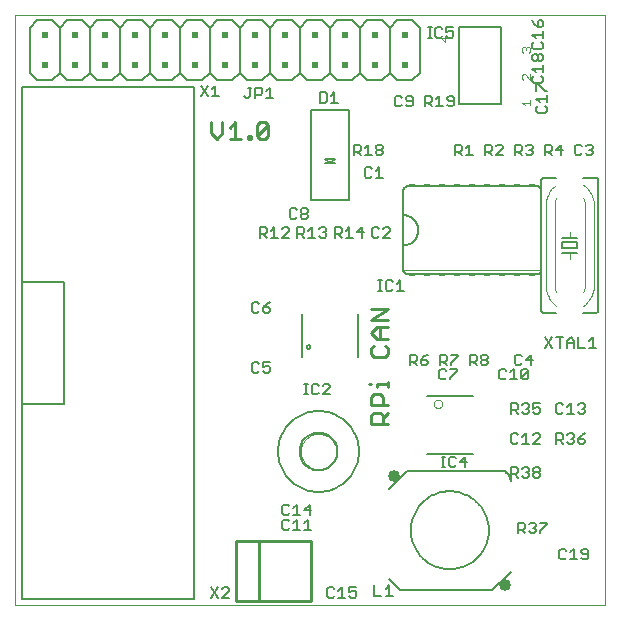
<source format=gto>
G75*
G70*
%OFA0B0*%
%FSLAX24Y24*%
%IPPOS*%
%LPD*%
%AMOC8*
5,1,8,0,0,1.08239X$1,22.5*
%
%ADD10C,0.0000*%
%ADD11C,0.0100*%
%ADD12C,0.0060*%
%ADD13C,0.0020*%
%ADD14R,0.0200X0.0050*%
%ADD15C,0.0050*%
%ADD16C,0.0080*%
%ADD17C,0.0040*%
%ADD18C,0.0401*%
%ADD19R,0.0200X0.0200*%
D10*
X000655Y000655D02*
X000655Y020340D01*
X020340Y020340D01*
X020340Y000655D01*
X000655Y000655D01*
X010189Y005780D02*
X010191Y005828D01*
X010197Y005876D01*
X010207Y005923D01*
X010220Y005969D01*
X010238Y006014D01*
X010258Y006058D01*
X010283Y006100D01*
X010311Y006139D01*
X010341Y006176D01*
X010375Y006210D01*
X010412Y006242D01*
X010450Y006271D01*
X010491Y006296D01*
X010534Y006318D01*
X010579Y006336D01*
X010625Y006350D01*
X010672Y006361D01*
X010720Y006368D01*
X010768Y006371D01*
X010816Y006370D01*
X010864Y006365D01*
X010912Y006356D01*
X010958Y006344D01*
X011003Y006327D01*
X011047Y006307D01*
X011089Y006284D01*
X011129Y006257D01*
X011167Y006227D01*
X011202Y006194D01*
X011234Y006158D01*
X011264Y006120D01*
X011290Y006079D01*
X011312Y006036D01*
X011332Y005992D01*
X011347Y005947D01*
X011359Y005900D01*
X011367Y005852D01*
X011371Y005804D01*
X011371Y005756D01*
X011367Y005708D01*
X011359Y005660D01*
X011347Y005613D01*
X011332Y005568D01*
X011312Y005524D01*
X011290Y005481D01*
X011264Y005440D01*
X011234Y005402D01*
X011202Y005366D01*
X011167Y005333D01*
X011129Y005303D01*
X011089Y005276D01*
X011047Y005253D01*
X011003Y005233D01*
X010958Y005216D01*
X010912Y005204D01*
X010864Y005195D01*
X010816Y005190D01*
X010768Y005189D01*
X010720Y005192D01*
X010672Y005199D01*
X010625Y005210D01*
X010579Y005224D01*
X010534Y005242D01*
X010491Y005264D01*
X010450Y005289D01*
X010412Y005318D01*
X010375Y005350D01*
X010341Y005384D01*
X010311Y005421D01*
X010283Y005460D01*
X010258Y005502D01*
X010238Y005546D01*
X010220Y005591D01*
X010207Y005637D01*
X010197Y005684D01*
X010191Y005732D01*
X010189Y005780D01*
D11*
X012451Y008014D02*
X012545Y008014D01*
X012731Y008014D02*
X012731Y007921D01*
X012731Y008014D02*
X013105Y008014D01*
X013105Y007921D02*
X013105Y008107D01*
X012825Y007686D02*
X012638Y007686D01*
X012545Y007593D01*
X012545Y007313D01*
X013105Y007313D01*
X012918Y007313D02*
X012918Y007593D01*
X012825Y007686D01*
X012825Y007079D02*
X012638Y007079D01*
X012545Y006985D01*
X012545Y006705D01*
X013105Y006705D01*
X012918Y006705D02*
X012918Y006985D01*
X012825Y007079D01*
X012918Y006892D02*
X013105Y007079D01*
X013012Y008933D02*
X012638Y008933D01*
X012545Y009027D01*
X012545Y009214D01*
X012638Y009307D01*
X012731Y009541D02*
X012545Y009728D01*
X012731Y009915D01*
X013105Y009915D01*
X013105Y010149D02*
X012545Y010149D01*
X013105Y010522D01*
X012545Y010522D01*
X012825Y009915D02*
X012825Y009541D01*
X012731Y009541D02*
X013105Y009541D01*
X013012Y009307D02*
X013105Y009214D01*
X013105Y009027D01*
X013012Y008933D01*
X010530Y002780D02*
X008780Y002780D01*
X008780Y000780D01*
X008030Y000780D01*
X008030Y002780D01*
X008780Y002780D01*
X010530Y002780D02*
X010530Y000780D01*
X008780Y000780D01*
X008818Y016205D02*
X008724Y016299D01*
X009098Y016672D01*
X009098Y016299D01*
X009005Y016205D01*
X008818Y016205D01*
X008724Y016299D02*
X008724Y016672D01*
X008818Y016766D01*
X009005Y016766D01*
X009098Y016672D01*
X008514Y016299D02*
X008514Y016205D01*
X008421Y016205D01*
X008421Y016299D01*
X008514Y016299D01*
X008186Y016205D02*
X007813Y016205D01*
X008000Y016205D02*
X008000Y016766D01*
X007813Y016579D01*
X007579Y016392D02*
X007579Y016766D01*
X007205Y016766D02*
X007205Y016392D01*
X007392Y016205D01*
X007579Y016392D01*
D12*
X007405Y018155D02*
X007155Y018405D01*
X007155Y019905D01*
X007405Y020155D01*
X007905Y020155D01*
X008155Y019905D01*
X008155Y018405D01*
X007905Y018155D01*
X007405Y018155D01*
X007155Y018405D02*
X006905Y018155D01*
X006405Y018155D01*
X006155Y018405D01*
X006155Y019905D01*
X006405Y020155D01*
X006905Y020155D01*
X007155Y019905D01*
X006155Y019905D02*
X005905Y020155D01*
X005405Y020155D01*
X005155Y019905D01*
X005155Y018405D01*
X005405Y018155D01*
X005905Y018155D01*
X006155Y018405D01*
X005155Y018405D02*
X004905Y018155D01*
X004405Y018155D01*
X004155Y018405D01*
X004155Y019905D01*
X004405Y020155D01*
X004905Y020155D01*
X005155Y019905D01*
X004155Y019905D02*
X003905Y020155D01*
X003405Y020155D01*
X003155Y019905D01*
X003155Y018405D01*
X003405Y018155D01*
X003905Y018155D01*
X004155Y018405D01*
X003155Y018405D02*
X002905Y018155D01*
X002405Y018155D01*
X002155Y018405D01*
X002155Y019905D01*
X002405Y020155D01*
X002905Y020155D01*
X003155Y019905D01*
X002155Y019905D02*
X001905Y020155D01*
X001405Y020155D01*
X001155Y019905D01*
X001155Y018405D01*
X001405Y018155D01*
X001905Y018155D01*
X002155Y018405D01*
X008155Y018405D02*
X008405Y018155D01*
X008905Y018155D01*
X009155Y018405D01*
X009155Y019905D01*
X009405Y020155D01*
X009905Y020155D01*
X010155Y019905D01*
X010155Y018405D01*
X009905Y018155D01*
X009405Y018155D01*
X009155Y018405D01*
X010155Y018405D02*
X010405Y018155D01*
X010905Y018155D01*
X011155Y018405D01*
X011155Y019905D01*
X011405Y020155D01*
X011905Y020155D01*
X012155Y019905D01*
X012155Y018405D01*
X011905Y018155D01*
X011405Y018155D01*
X011155Y018405D01*
X012155Y018405D02*
X012405Y018155D01*
X012905Y018155D01*
X013155Y018405D01*
X013405Y018155D01*
X013905Y018155D01*
X014155Y018405D01*
X014155Y019905D01*
X013905Y020155D01*
X013405Y020155D01*
X013155Y019905D01*
X013155Y018405D01*
X013155Y019905D02*
X012905Y020155D01*
X012405Y020155D01*
X012155Y019905D01*
X011155Y019905D02*
X010905Y020155D01*
X010405Y020155D01*
X010155Y019905D01*
X009155Y019905D02*
X008905Y020155D01*
X008405Y020155D01*
X008155Y019905D01*
X013605Y014475D02*
X013605Y011835D01*
X013607Y011812D01*
X013612Y011789D01*
X013621Y011767D01*
X013634Y011747D01*
X013649Y011729D01*
X013667Y011714D01*
X013687Y011701D01*
X013709Y011692D01*
X013732Y011687D01*
X013755Y011685D01*
X018055Y011685D01*
X018078Y011687D01*
X018101Y011692D01*
X018123Y011701D01*
X018143Y011714D01*
X018161Y011729D01*
X018176Y011747D01*
X018189Y011767D01*
X018198Y011789D01*
X018203Y011812D01*
X018205Y011835D01*
X018205Y014475D01*
X018203Y014498D01*
X018198Y014521D01*
X018189Y014543D01*
X018176Y014563D01*
X018161Y014581D01*
X018143Y014596D01*
X018123Y014609D01*
X018101Y014618D01*
X018078Y014623D01*
X018055Y014625D01*
X013755Y014625D01*
X013732Y014623D01*
X013709Y014618D01*
X013687Y014609D01*
X013667Y014596D01*
X013649Y014581D01*
X013634Y014563D01*
X013621Y014543D01*
X013612Y014521D01*
X013607Y014498D01*
X013605Y014475D01*
X013605Y013655D02*
X013649Y013653D01*
X013692Y013647D01*
X013734Y013638D01*
X013776Y013625D01*
X013816Y013608D01*
X013855Y013588D01*
X013892Y013565D01*
X013926Y013538D01*
X013959Y013509D01*
X013988Y013476D01*
X014015Y013442D01*
X014038Y013405D01*
X014058Y013366D01*
X014075Y013326D01*
X014088Y013284D01*
X014097Y013242D01*
X014103Y013199D01*
X014105Y013155D01*
X014103Y013111D01*
X014097Y013068D01*
X014088Y013026D01*
X014075Y012984D01*
X014058Y012944D01*
X014038Y012905D01*
X014015Y012868D01*
X013988Y012834D01*
X013959Y012801D01*
X013926Y012772D01*
X013892Y012745D01*
X013855Y012722D01*
X013816Y012702D01*
X013776Y012685D01*
X013734Y012672D01*
X013692Y012663D01*
X013649Y012657D01*
X013605Y012655D01*
X012085Y010365D02*
X012085Y008945D01*
X010225Y008945D02*
X010225Y010365D01*
X009430Y005780D02*
X009432Y005853D01*
X009438Y005926D01*
X009448Y005998D01*
X009462Y006070D01*
X009479Y006141D01*
X009501Y006211D01*
X009526Y006280D01*
X009555Y006347D01*
X009587Y006412D01*
X009623Y006476D01*
X009663Y006538D01*
X009705Y006597D01*
X009751Y006654D01*
X009800Y006708D01*
X009852Y006760D01*
X009906Y006809D01*
X009963Y006855D01*
X010022Y006897D01*
X010084Y006937D01*
X010148Y006973D01*
X010213Y007005D01*
X010280Y007034D01*
X010349Y007059D01*
X010419Y007081D01*
X010490Y007098D01*
X010562Y007112D01*
X010634Y007122D01*
X010707Y007128D01*
X010780Y007130D01*
X010853Y007128D01*
X010926Y007122D01*
X010998Y007112D01*
X011070Y007098D01*
X011141Y007081D01*
X011211Y007059D01*
X011280Y007034D01*
X011347Y007005D01*
X011412Y006973D01*
X011476Y006937D01*
X011538Y006897D01*
X011597Y006855D01*
X011654Y006809D01*
X011708Y006760D01*
X011760Y006708D01*
X011809Y006654D01*
X011855Y006597D01*
X011897Y006538D01*
X011937Y006476D01*
X011973Y006412D01*
X012005Y006347D01*
X012034Y006280D01*
X012059Y006211D01*
X012081Y006141D01*
X012098Y006070D01*
X012112Y005998D01*
X012122Y005926D01*
X012128Y005853D01*
X012130Y005780D01*
X012128Y005707D01*
X012122Y005634D01*
X012112Y005562D01*
X012098Y005490D01*
X012081Y005419D01*
X012059Y005349D01*
X012034Y005280D01*
X012005Y005213D01*
X011973Y005148D01*
X011937Y005084D01*
X011897Y005022D01*
X011855Y004963D01*
X011809Y004906D01*
X011760Y004852D01*
X011708Y004800D01*
X011654Y004751D01*
X011597Y004705D01*
X011538Y004663D01*
X011476Y004623D01*
X011412Y004587D01*
X011347Y004555D01*
X011280Y004526D01*
X011211Y004501D01*
X011141Y004479D01*
X011070Y004462D01*
X010998Y004448D01*
X010926Y004438D01*
X010853Y004432D01*
X010780Y004430D01*
X010707Y004432D01*
X010634Y004438D01*
X010562Y004448D01*
X010490Y004462D01*
X010419Y004479D01*
X010349Y004501D01*
X010280Y004526D01*
X010213Y004555D01*
X010148Y004587D01*
X010084Y004623D01*
X010022Y004663D01*
X009963Y004705D01*
X009906Y004751D01*
X009852Y004800D01*
X009800Y004852D01*
X009751Y004906D01*
X009705Y004963D01*
X009663Y005022D01*
X009623Y005084D01*
X009587Y005148D01*
X009555Y005213D01*
X009526Y005280D01*
X009501Y005349D01*
X009479Y005419D01*
X009462Y005490D01*
X009448Y005562D01*
X009438Y005634D01*
X009432Y005707D01*
X009430Y005780D01*
X014387Y005691D02*
X015923Y005691D01*
X015923Y007620D02*
X014387Y007620D01*
X018205Y010505D02*
X018205Y014805D01*
X018207Y014822D01*
X018211Y014839D01*
X018218Y014855D01*
X018228Y014869D01*
X018241Y014882D01*
X018255Y014892D01*
X018271Y014899D01*
X018288Y014903D01*
X018305Y014905D01*
X018705Y014905D01*
X019605Y014905D02*
X020005Y014905D01*
X020022Y014903D01*
X020039Y014899D01*
X020055Y014892D01*
X020069Y014882D01*
X020082Y014869D01*
X020092Y014855D01*
X020099Y014839D01*
X020103Y014822D01*
X020105Y014805D01*
X020105Y010505D01*
X020103Y010488D01*
X020099Y010471D01*
X020092Y010455D01*
X020082Y010441D01*
X020069Y010428D01*
X020055Y010418D01*
X020039Y010411D01*
X020022Y010407D01*
X020005Y010405D01*
X019605Y010405D01*
X018705Y010405D02*
X018305Y010405D01*
X018288Y010407D01*
X018271Y010411D01*
X018255Y010418D01*
X018241Y010428D01*
X018228Y010441D01*
X018218Y010455D01*
X018211Y010471D01*
X018207Y010488D01*
X018205Y010505D01*
X018905Y012405D02*
X019155Y012405D01*
X019405Y012405D01*
X019405Y012555D02*
X019405Y012755D01*
X018905Y012755D01*
X018905Y012555D01*
X019405Y012555D01*
X019405Y012905D02*
X019155Y012905D01*
X018905Y012905D01*
D13*
X019155Y012905D02*
X019155Y013105D01*
X019155Y012405D02*
X019155Y012205D01*
X018355Y011305D02*
X018357Y011249D01*
X018363Y011194D01*
X018372Y011139D01*
X018386Y011085D01*
X018403Y011032D01*
X018424Y010981D01*
X018448Y010931D01*
X018476Y010883D01*
X018507Y010836D01*
X018541Y010792D01*
X018578Y010751D01*
X018618Y010712D01*
X018660Y010676D01*
X018705Y010644D01*
X018655Y011305D02*
X018655Y014005D01*
X018355Y014005D02*
X018355Y011305D01*
X018205Y011825D02*
X013605Y011825D01*
X014625Y007365D02*
X014627Y007388D01*
X014633Y007410D01*
X014642Y007432D01*
X014655Y007451D01*
X014670Y007468D01*
X014688Y007482D01*
X014709Y007493D01*
X014731Y007501D01*
X014753Y007505D01*
X014777Y007505D01*
X014799Y007501D01*
X014821Y007493D01*
X014842Y007482D01*
X014860Y007468D01*
X014875Y007451D01*
X014888Y007432D01*
X014897Y007410D01*
X014903Y007388D01*
X014905Y007365D01*
X014903Y007342D01*
X014897Y007320D01*
X014888Y007298D01*
X014875Y007279D01*
X014860Y007262D01*
X014842Y007248D01*
X014821Y007237D01*
X014799Y007229D01*
X014777Y007225D01*
X014753Y007225D01*
X014731Y007229D01*
X014709Y007237D01*
X014688Y007248D01*
X014670Y007262D01*
X014655Y007279D01*
X014642Y007298D01*
X014633Y007320D01*
X014627Y007342D01*
X014625Y007365D01*
X018705Y011087D02*
X018690Y011121D01*
X018677Y011157D01*
X018668Y011193D01*
X018661Y011230D01*
X018656Y011267D01*
X018655Y011305D01*
X019605Y011087D02*
X019620Y011121D01*
X019633Y011157D01*
X019642Y011193D01*
X019649Y011230D01*
X019654Y011267D01*
X019655Y011305D01*
X019655Y014005D01*
X019955Y014005D02*
X019955Y011305D01*
X019953Y011249D01*
X019947Y011194D01*
X019938Y011139D01*
X019924Y011085D01*
X019907Y011032D01*
X019886Y010981D01*
X019862Y010931D01*
X019834Y010883D01*
X019803Y010836D01*
X019769Y010793D01*
X019732Y010751D01*
X019692Y010712D01*
X019650Y010676D01*
X019605Y010644D01*
X019955Y014005D02*
X019953Y014061D01*
X019947Y014116D01*
X019938Y014171D01*
X019924Y014225D01*
X019907Y014278D01*
X019886Y014329D01*
X019862Y014379D01*
X019834Y014427D01*
X019803Y014474D01*
X019769Y014518D01*
X019732Y014559D01*
X019692Y014598D01*
X019650Y014634D01*
X019605Y014666D01*
X018705Y014223D02*
X018690Y014189D01*
X018677Y014153D01*
X018668Y014117D01*
X018661Y014080D01*
X018656Y014043D01*
X018655Y014005D01*
X019605Y014223D02*
X019620Y014189D01*
X019633Y014153D01*
X019642Y014117D01*
X019649Y014080D01*
X019654Y014043D01*
X019655Y014005D01*
X018705Y014666D02*
X018660Y014634D01*
X018618Y014598D01*
X018578Y014559D01*
X018541Y014517D01*
X018507Y014474D01*
X018476Y014427D01*
X018448Y014379D01*
X018424Y014329D01*
X018403Y014278D01*
X018386Y014225D01*
X018372Y014171D01*
X018363Y014116D01*
X018357Y014061D01*
X018355Y014005D01*
D14*
X017905Y014650D03*
X017405Y014650D03*
X016905Y014650D03*
X016405Y014650D03*
X015905Y014650D03*
X015405Y014650D03*
X014905Y014650D03*
X014405Y014650D03*
X013905Y014650D03*
X013905Y011660D03*
X014405Y011660D03*
X014905Y011660D03*
X015405Y011660D03*
X015905Y011660D03*
X016405Y011660D03*
X016905Y011660D03*
X017405Y011660D03*
X017905Y011660D03*
D15*
X018339Y009580D02*
X018572Y009230D01*
X018339Y009230D02*
X018572Y009580D01*
X018707Y009580D02*
X018940Y009580D01*
X018824Y009580D02*
X018824Y009230D01*
X019075Y009230D02*
X019075Y009464D01*
X019192Y009580D01*
X019309Y009464D01*
X019309Y009230D01*
X019444Y009230D02*
X019677Y009230D01*
X019812Y009230D02*
X020045Y009230D01*
X019929Y009230D02*
X019929Y009580D01*
X019812Y009464D01*
X019444Y009580D02*
X019444Y009230D01*
X019309Y009405D02*
X019075Y009405D01*
X017920Y008830D02*
X017687Y008830D01*
X017862Y009005D01*
X017862Y008655D01*
X017717Y008530D02*
X017600Y008530D01*
X017542Y008472D01*
X017542Y008238D01*
X017775Y008472D01*
X017775Y008238D01*
X017717Y008180D01*
X017600Y008180D01*
X017542Y008238D01*
X017407Y008180D02*
X017173Y008180D01*
X017290Y008180D02*
X017290Y008530D01*
X017173Y008414D01*
X017039Y008472D02*
X016980Y008530D01*
X016863Y008530D01*
X016805Y008472D01*
X016805Y008238D01*
X016863Y008180D01*
X016980Y008180D01*
X017039Y008238D01*
X017377Y008655D02*
X017494Y008655D01*
X017552Y008713D01*
X017377Y008655D02*
X017319Y008713D01*
X017319Y008947D01*
X017377Y009005D01*
X017494Y009005D01*
X017552Y008947D01*
X017717Y008530D02*
X017775Y008472D01*
X017744Y007380D02*
X017627Y007380D01*
X017569Y007322D01*
X017434Y007322D02*
X017434Y007205D01*
X017375Y007147D01*
X017200Y007147D01*
X017200Y007030D02*
X017200Y007380D01*
X017375Y007380D01*
X017434Y007322D01*
X017317Y007147D02*
X017434Y007030D01*
X017569Y007088D02*
X017627Y007030D01*
X017744Y007030D01*
X017802Y007088D01*
X017802Y007147D01*
X017744Y007205D01*
X017685Y007205D01*
X017744Y007205D02*
X017802Y007264D01*
X017802Y007322D01*
X017744Y007380D01*
X017937Y007380D02*
X017937Y007205D01*
X018054Y007264D01*
X018112Y007264D01*
X018170Y007205D01*
X018170Y007088D01*
X018112Y007030D01*
X017995Y007030D01*
X017937Y007088D01*
X017937Y007380D02*
X018170Y007380D01*
X018700Y007322D02*
X018700Y007088D01*
X018759Y007030D01*
X018875Y007030D01*
X018934Y007088D01*
X019069Y007030D02*
X019302Y007030D01*
X019185Y007030D02*
X019185Y007380D01*
X019069Y007264D01*
X018934Y007322D02*
X018875Y007380D01*
X018759Y007380D01*
X018700Y007322D01*
X019437Y007322D02*
X019495Y007380D01*
X019612Y007380D01*
X019670Y007322D01*
X019670Y007264D01*
X019612Y007205D01*
X019670Y007147D01*
X019670Y007088D01*
X019612Y007030D01*
X019495Y007030D01*
X019437Y007088D01*
X019554Y007205D02*
X019612Y007205D01*
X019670Y006380D02*
X019554Y006322D01*
X019437Y006205D01*
X019612Y006205D01*
X019670Y006147D01*
X019670Y006088D01*
X019612Y006030D01*
X019495Y006030D01*
X019437Y006088D01*
X019437Y006205D01*
X019302Y006147D02*
X019302Y006088D01*
X019244Y006030D01*
X019127Y006030D01*
X019069Y006088D01*
X018934Y006030D02*
X018817Y006147D01*
X018875Y006147D02*
X018700Y006147D01*
X018700Y006030D02*
X018700Y006380D01*
X018875Y006380D01*
X018934Y006322D01*
X018934Y006205D01*
X018875Y006147D01*
X019069Y006322D02*
X019127Y006380D01*
X019244Y006380D01*
X019302Y006322D01*
X019302Y006264D01*
X019244Y006205D01*
X019302Y006147D01*
X019244Y006205D02*
X019185Y006205D01*
X018170Y006264D02*
X018170Y006322D01*
X018112Y006380D01*
X017995Y006380D01*
X017937Y006322D01*
X018170Y006264D02*
X017937Y006030D01*
X018170Y006030D01*
X017802Y006030D02*
X017569Y006030D01*
X017685Y006030D02*
X017685Y006380D01*
X017569Y006264D01*
X017434Y006322D02*
X017375Y006380D01*
X017259Y006380D01*
X017200Y006322D01*
X017200Y006088D01*
X017259Y006030D01*
X017375Y006030D01*
X017434Y006088D01*
X017375Y005255D02*
X017200Y005255D01*
X017200Y004905D01*
X017200Y005022D02*
X017375Y005022D01*
X017434Y005080D01*
X017434Y005197D01*
X017375Y005255D01*
X017569Y005197D02*
X017627Y005255D01*
X017744Y005255D01*
X017802Y005197D01*
X017802Y005139D01*
X017744Y005080D01*
X017802Y005022D01*
X017802Y004963D01*
X017744Y004905D01*
X017627Y004905D01*
X017569Y004963D01*
X017434Y004905D02*
X017317Y005022D01*
X017685Y005080D02*
X017744Y005080D01*
X017937Y005022D02*
X017937Y004963D01*
X017995Y004905D01*
X018112Y004905D01*
X018170Y004963D01*
X018170Y005022D01*
X018112Y005080D01*
X017995Y005080D01*
X017937Y005139D01*
X017937Y005197D01*
X017995Y005255D01*
X018112Y005255D01*
X018170Y005197D01*
X018170Y005139D01*
X018112Y005080D01*
X017995Y005080D02*
X017937Y005022D01*
X017974Y003405D02*
X017857Y003405D01*
X017798Y003347D01*
X017664Y003347D02*
X017664Y003230D01*
X017605Y003172D01*
X017430Y003172D01*
X017547Y003172D02*
X017664Y003055D01*
X017798Y003113D02*
X017857Y003055D01*
X017974Y003055D01*
X018032Y003113D01*
X018032Y003172D01*
X017974Y003230D01*
X017915Y003230D01*
X017974Y003230D02*
X018032Y003289D01*
X018032Y003347D01*
X017974Y003405D01*
X018167Y003405D02*
X018400Y003405D01*
X018400Y003347D01*
X018167Y003113D01*
X018167Y003055D01*
X017664Y003347D02*
X017605Y003405D01*
X017430Y003405D01*
X017430Y003055D01*
X018805Y002472D02*
X018805Y002238D01*
X018863Y002180D01*
X018980Y002180D01*
X019039Y002238D01*
X019173Y002180D02*
X019407Y002180D01*
X019290Y002180D02*
X019290Y002530D01*
X019173Y002414D01*
X019039Y002472D02*
X018980Y002530D01*
X018863Y002530D01*
X018805Y002472D01*
X019542Y002472D02*
X019542Y002414D01*
X019600Y002355D01*
X019775Y002355D01*
X019775Y002238D02*
X019775Y002472D01*
X019717Y002530D01*
X019600Y002530D01*
X019542Y002472D01*
X019542Y002238D02*
X019600Y002180D01*
X019717Y002180D01*
X019775Y002238D01*
X015669Y005255D02*
X015669Y005605D01*
X015494Y005430D01*
X015727Y005430D01*
X015359Y005313D02*
X015301Y005255D01*
X015184Y005255D01*
X015126Y005313D01*
X015126Y005547D01*
X015184Y005605D01*
X015301Y005605D01*
X015359Y005547D01*
X014997Y005605D02*
X014880Y005605D01*
X014938Y005605D02*
X014938Y005255D01*
X014880Y005255D02*
X014997Y005255D01*
X014980Y008180D02*
X015039Y008238D01*
X014980Y008180D02*
X014863Y008180D01*
X014805Y008238D01*
X014805Y008472D01*
X014863Y008530D01*
X014980Y008530D01*
X015039Y008472D01*
X015173Y008530D02*
X015407Y008530D01*
X015407Y008472D01*
X015173Y008238D01*
X015173Y008180D01*
X015187Y008655D02*
X015187Y008713D01*
X015420Y008947D01*
X015420Y009005D01*
X015187Y009005D01*
X015052Y008947D02*
X015052Y008830D01*
X014994Y008772D01*
X014819Y008772D01*
X014935Y008772D02*
X015052Y008655D01*
X014819Y008655D02*
X014819Y009005D01*
X014994Y009005D01*
X015052Y008947D01*
X014420Y009005D02*
X014304Y008947D01*
X014187Y008830D01*
X014362Y008830D01*
X014420Y008772D01*
X014420Y008713D01*
X014362Y008655D01*
X014245Y008655D01*
X014187Y008713D01*
X014187Y008830D01*
X014052Y008830D02*
X014052Y008947D01*
X013994Y009005D01*
X013819Y009005D01*
X013819Y008655D01*
X013819Y008772D02*
X013994Y008772D01*
X014052Y008830D01*
X013935Y008772D02*
X014052Y008655D01*
X015819Y008655D02*
X015819Y009005D01*
X015994Y009005D01*
X016052Y008947D01*
X016052Y008830D01*
X015994Y008772D01*
X015819Y008772D01*
X015935Y008772D02*
X016052Y008655D01*
X016187Y008713D02*
X016187Y008772D01*
X016245Y008830D01*
X016362Y008830D01*
X016420Y008772D01*
X016420Y008713D01*
X016362Y008655D01*
X016245Y008655D01*
X016187Y008713D01*
X016245Y008830D02*
X016187Y008889D01*
X016187Y008947D01*
X016245Y009005D01*
X016362Y009005D01*
X016420Y008947D01*
X016420Y008889D01*
X016362Y008830D01*
X013620Y011130D02*
X013387Y011130D01*
X013504Y011130D02*
X013504Y011480D01*
X013387Y011364D01*
X013252Y011422D02*
X013194Y011480D01*
X013077Y011480D01*
X013018Y011422D01*
X013018Y011188D01*
X013077Y011130D01*
X013194Y011130D01*
X013252Y011188D01*
X012890Y011130D02*
X012773Y011130D01*
X012831Y011130D02*
X012831Y011480D01*
X012773Y011480D02*
X012890Y011480D01*
X012937Y012905D02*
X013170Y013139D01*
X013170Y013197D01*
X013112Y013255D01*
X012995Y013255D01*
X012937Y013197D01*
X012802Y013197D02*
X012744Y013255D01*
X012627Y013255D01*
X012569Y013197D01*
X012569Y012963D01*
X012627Y012905D01*
X012744Y012905D01*
X012802Y012963D01*
X012937Y012905D02*
X013170Y012905D01*
X012295Y013080D02*
X012062Y013080D01*
X012237Y013255D01*
X012237Y012905D01*
X011927Y012905D02*
X011694Y012905D01*
X011810Y012905D02*
X011810Y013255D01*
X011694Y013139D01*
X011559Y013197D02*
X011500Y013255D01*
X011325Y013255D01*
X011325Y012905D01*
X011325Y013022D02*
X011500Y013022D01*
X011559Y013080D01*
X011559Y013197D01*
X011442Y013022D02*
X011559Y012905D01*
X011045Y012963D02*
X010987Y012905D01*
X010870Y012905D01*
X010812Y012963D01*
X010677Y012905D02*
X010444Y012905D01*
X010560Y012905D02*
X010560Y013255D01*
X010444Y013139D01*
X010309Y013197D02*
X010250Y013255D01*
X010075Y013255D01*
X010075Y012905D01*
X010075Y013022D02*
X010250Y013022D01*
X010309Y013080D01*
X010309Y013197D01*
X010192Y013022D02*
X010309Y012905D01*
X009795Y012905D02*
X009562Y012905D01*
X009795Y013139D01*
X009795Y013197D01*
X009737Y013255D01*
X009620Y013255D01*
X009562Y013197D01*
X009310Y013255D02*
X009310Y012905D01*
X009194Y012905D02*
X009427Y012905D01*
X009194Y013139D02*
X009310Y013255D01*
X009059Y013197D02*
X009059Y013080D01*
X009000Y013022D01*
X008825Y013022D01*
X008825Y012905D02*
X008825Y013255D01*
X009000Y013255D01*
X009059Y013197D01*
X008942Y013022D02*
X009059Y012905D01*
X009819Y013588D02*
X009819Y013822D01*
X009877Y013880D01*
X009994Y013880D01*
X010052Y013822D01*
X010187Y013822D02*
X010187Y013764D01*
X010245Y013705D01*
X010362Y013705D01*
X010420Y013647D01*
X010420Y013588D01*
X010362Y013530D01*
X010245Y013530D01*
X010187Y013588D01*
X010187Y013647D01*
X010245Y013705D01*
X010362Y013705D02*
X010420Y013764D01*
X010420Y013822D01*
X010362Y013880D01*
X010245Y013880D01*
X010187Y013822D01*
X010052Y013588D02*
X009994Y013530D01*
X009877Y013530D01*
X009819Y013588D01*
X010525Y014163D02*
X010525Y017157D01*
X010606Y017157D01*
X011785Y017157D01*
X011785Y014163D01*
X011606Y014163D01*
X010525Y014163D01*
X010870Y013255D02*
X010987Y013255D01*
X011045Y013197D01*
X011045Y013139D01*
X010987Y013080D01*
X011045Y013022D01*
X011045Y012963D01*
X010987Y013080D02*
X010929Y013080D01*
X010812Y013197D02*
X010870Y013255D01*
X011606Y014163D02*
X011704Y014163D01*
X012377Y014905D02*
X012494Y014905D01*
X012552Y014963D01*
X012687Y014905D02*
X012920Y014905D01*
X012804Y014905D02*
X012804Y015255D01*
X012687Y015139D01*
X012552Y015197D02*
X012494Y015255D01*
X012377Y015255D01*
X012319Y015197D01*
X012319Y014963D01*
X012377Y014905D01*
X012319Y015655D02*
X012552Y015655D01*
X012435Y015655D02*
X012435Y016005D01*
X012319Y015889D01*
X012184Y015947D02*
X012184Y015830D01*
X012125Y015772D01*
X011950Y015772D01*
X011950Y015655D02*
X011950Y016005D01*
X012125Y016005D01*
X012184Y015947D01*
X012067Y015772D02*
X012184Y015655D01*
X012687Y015713D02*
X012687Y015772D01*
X012745Y015830D01*
X012862Y015830D01*
X012920Y015772D01*
X012920Y015713D01*
X012862Y015655D01*
X012745Y015655D01*
X012687Y015713D01*
X012745Y015830D02*
X012687Y015889D01*
X012687Y015947D01*
X012745Y016005D01*
X012862Y016005D01*
X012920Y015947D01*
X012920Y015889D01*
X012862Y015830D01*
X013377Y017280D02*
X013494Y017280D01*
X013552Y017338D01*
X013687Y017338D02*
X013745Y017280D01*
X013862Y017280D01*
X013920Y017338D01*
X013920Y017572D01*
X013862Y017630D01*
X013745Y017630D01*
X013687Y017572D01*
X013687Y017514D01*
X013745Y017455D01*
X013920Y017455D01*
X013552Y017572D02*
X013494Y017630D01*
X013377Y017630D01*
X013319Y017572D01*
X013319Y017338D01*
X013377Y017280D01*
X014325Y017280D02*
X014325Y017630D01*
X014500Y017630D01*
X014559Y017572D01*
X014559Y017455D01*
X014500Y017397D01*
X014325Y017397D01*
X014442Y017397D02*
X014559Y017280D01*
X014694Y017280D02*
X014927Y017280D01*
X014810Y017280D02*
X014810Y017630D01*
X014694Y017514D01*
X015062Y017514D02*
X015120Y017455D01*
X015295Y017455D01*
X015295Y017338D02*
X015295Y017572D01*
X015237Y017630D01*
X015120Y017630D01*
X015062Y017572D01*
X015062Y017514D01*
X015062Y017338D02*
X015120Y017280D01*
X015237Y017280D01*
X015295Y017338D01*
X015319Y016005D02*
X015494Y016005D01*
X015552Y015947D01*
X015552Y015830D01*
X015494Y015772D01*
X015319Y015772D01*
X015435Y015772D02*
X015552Y015655D01*
X015687Y015655D02*
X015920Y015655D01*
X015804Y015655D02*
X015804Y016005D01*
X015687Y015889D01*
X015319Y016005D02*
X015319Y015655D01*
X016319Y015655D02*
X016319Y016005D01*
X016494Y016005D01*
X016552Y015947D01*
X016552Y015830D01*
X016494Y015772D01*
X016319Y015772D01*
X016435Y015772D02*
X016552Y015655D01*
X016687Y015655D02*
X016920Y015889D01*
X016920Y015947D01*
X016862Y016005D01*
X016745Y016005D01*
X016687Y015947D01*
X016687Y015655D02*
X016920Y015655D01*
X017319Y015655D02*
X017319Y016005D01*
X017494Y016005D01*
X017552Y015947D01*
X017552Y015830D01*
X017494Y015772D01*
X017319Y015772D01*
X017435Y015772D02*
X017552Y015655D01*
X017687Y015713D02*
X017745Y015655D01*
X017862Y015655D01*
X017920Y015713D01*
X017920Y015772D01*
X017862Y015830D01*
X017804Y015830D01*
X017862Y015830D02*
X017920Y015889D01*
X017920Y015947D01*
X017862Y016005D01*
X017745Y016005D01*
X017687Y015947D01*
X018319Y016005D02*
X018319Y015655D01*
X018319Y015772D02*
X018494Y015772D01*
X018552Y015830D01*
X018552Y015947D01*
X018494Y016005D01*
X018319Y016005D01*
X018435Y015772D02*
X018552Y015655D01*
X018687Y015830D02*
X018920Y015830D01*
X018862Y015655D02*
X018862Y016005D01*
X018687Y015830D01*
X019319Y015713D02*
X019377Y015655D01*
X019494Y015655D01*
X019552Y015713D01*
X019687Y015713D02*
X019745Y015655D01*
X019862Y015655D01*
X019920Y015713D01*
X019920Y015772D01*
X019862Y015830D01*
X019804Y015830D01*
X019862Y015830D02*
X019920Y015889D01*
X019920Y015947D01*
X019862Y016005D01*
X019745Y016005D01*
X019687Y015947D01*
X019552Y015947D02*
X019494Y016005D01*
X019377Y016005D01*
X019319Y015947D01*
X019319Y015713D01*
X018322Y017055D02*
X018380Y017113D01*
X018380Y017230D01*
X018322Y017289D01*
X018380Y017423D02*
X018380Y017657D01*
X018380Y017540D02*
X018030Y017540D01*
X018147Y017423D01*
X018088Y017289D02*
X018030Y017230D01*
X018030Y017113D01*
X018088Y017055D01*
X018322Y017055D01*
X018322Y017792D02*
X018380Y017792D01*
X018322Y017792D02*
X018088Y018025D01*
X018030Y018025D01*
X018030Y017792D01*
X017963Y018055D02*
X018197Y018055D01*
X018255Y018113D01*
X018255Y018230D01*
X018197Y018289D01*
X018255Y018423D02*
X018255Y018657D01*
X018255Y018540D02*
X017905Y018540D01*
X018022Y018423D01*
X017963Y018289D02*
X017905Y018230D01*
X017905Y018113D01*
X017963Y018055D01*
X017963Y018792D02*
X018022Y018792D01*
X018080Y018850D01*
X018080Y018967D01*
X018138Y019025D01*
X018197Y019025D01*
X018255Y018967D01*
X018255Y018850D01*
X018197Y018792D01*
X018138Y018792D01*
X018080Y018850D01*
X018080Y018967D02*
X018022Y019025D01*
X017963Y019025D01*
X017905Y018967D01*
X017905Y018850D01*
X017963Y018792D01*
X017963Y019180D02*
X018197Y019180D01*
X018255Y019238D01*
X018255Y019355D01*
X018197Y019414D01*
X018255Y019548D02*
X018255Y019782D01*
X018255Y019665D02*
X017905Y019665D01*
X018022Y019548D01*
X017963Y019414D02*
X017905Y019355D01*
X017905Y019238D01*
X017963Y019180D01*
X018080Y019917D02*
X018080Y020092D01*
X018138Y020150D01*
X018197Y020150D01*
X018255Y020092D01*
X018255Y019975D01*
X018197Y019917D01*
X018080Y019917D01*
X017963Y020033D01*
X017905Y020150D01*
X015277Y019925D02*
X015044Y019925D01*
X015044Y019750D01*
X015161Y019809D01*
X015219Y019809D01*
X015277Y019750D01*
X015277Y019633D01*
X015219Y019575D01*
X015102Y019575D01*
X015044Y019633D01*
X014909Y019633D02*
X014851Y019575D01*
X014734Y019575D01*
X014676Y019633D01*
X014676Y019867D01*
X014734Y019925D01*
X014851Y019925D01*
X014909Y019867D01*
X014547Y019925D02*
X014430Y019925D01*
X014488Y019925D02*
X014488Y019575D01*
X014430Y019575D02*
X014547Y019575D01*
X011304Y017755D02*
X011304Y017405D01*
X011420Y017405D02*
X011187Y017405D01*
X011052Y017463D02*
X011052Y017697D01*
X010994Y017755D01*
X010819Y017755D01*
X010819Y017405D01*
X010994Y017405D01*
X011052Y017463D01*
X011187Y017639D02*
X011304Y017755D01*
X010629Y017157D02*
X010606Y017157D01*
X009275Y017555D02*
X009042Y017555D01*
X009158Y017555D02*
X009158Y017905D01*
X009042Y017789D01*
X008907Y017847D02*
X008907Y017730D01*
X008849Y017672D01*
X008673Y017672D01*
X008673Y017555D02*
X008673Y017905D01*
X008849Y017905D01*
X008907Y017847D01*
X008539Y017905D02*
X008422Y017905D01*
X008480Y017905D02*
X008480Y017613D01*
X008422Y017555D01*
X008363Y017555D01*
X008305Y017613D01*
X007449Y017624D02*
X007216Y017624D01*
X007332Y017624D02*
X007332Y017974D01*
X007216Y017858D01*
X007081Y017974D02*
X006847Y017624D01*
X007081Y017624D02*
X006847Y017974D01*
X010980Y015530D02*
X011155Y015380D01*
X011330Y015530D01*
X010980Y015530D01*
X010980Y015380D02*
X011330Y015380D01*
X009170Y010755D02*
X009054Y010697D01*
X008937Y010580D01*
X009112Y010580D01*
X009170Y010522D01*
X009170Y010463D01*
X009112Y010405D01*
X008995Y010405D01*
X008937Y010463D01*
X008937Y010580D01*
X008802Y010463D02*
X008744Y010405D01*
X008627Y010405D01*
X008569Y010463D01*
X008569Y010697D01*
X008627Y010755D01*
X008744Y010755D01*
X008802Y010697D01*
X008744Y008755D02*
X008627Y008755D01*
X008569Y008697D01*
X008569Y008463D01*
X008627Y008405D01*
X008744Y008405D01*
X008802Y008463D01*
X008937Y008463D02*
X008995Y008405D01*
X009112Y008405D01*
X009170Y008463D01*
X009170Y008580D01*
X009112Y008639D01*
X009054Y008639D01*
X008937Y008580D01*
X008937Y008755D01*
X009170Y008755D01*
X008802Y008697D02*
X008744Y008755D01*
X010305Y008030D02*
X010422Y008030D01*
X010363Y008030D02*
X010363Y007680D01*
X010305Y007680D02*
X010422Y007680D01*
X010551Y007738D02*
X010609Y007680D01*
X010726Y007680D01*
X010784Y007738D01*
X010919Y007680D02*
X011152Y007914D01*
X011152Y007972D01*
X011094Y008030D01*
X010977Y008030D01*
X010919Y007972D01*
X010784Y007972D02*
X010726Y008030D01*
X010609Y008030D01*
X010551Y007972D01*
X010551Y007738D01*
X010919Y007680D02*
X011152Y007680D01*
X010487Y004005D02*
X010312Y003830D01*
X010545Y003830D01*
X010487Y003655D02*
X010487Y004005D01*
X010060Y004005D02*
X010060Y003655D01*
X009944Y003655D02*
X010177Y003655D01*
X010060Y003505D02*
X010060Y003155D01*
X009944Y003155D02*
X010177Y003155D01*
X010312Y003155D02*
X010545Y003155D01*
X010429Y003155D02*
X010429Y003505D01*
X010312Y003389D01*
X010060Y003505D02*
X009944Y003389D01*
X009809Y003447D02*
X009750Y003505D01*
X009634Y003505D01*
X009575Y003447D01*
X009575Y003213D01*
X009634Y003155D01*
X009750Y003155D01*
X009809Y003213D01*
X009750Y003655D02*
X009809Y003713D01*
X009750Y003655D02*
X009634Y003655D01*
X009575Y003713D01*
X009575Y003947D01*
X009634Y004005D01*
X009750Y004005D01*
X009809Y003947D01*
X009944Y003889D02*
X010060Y004005D01*
X011134Y001255D02*
X011075Y001197D01*
X011075Y000963D01*
X011134Y000905D01*
X011250Y000905D01*
X011309Y000963D01*
X011444Y000905D02*
X011677Y000905D01*
X011560Y000905D02*
X011560Y001255D01*
X011444Y001139D01*
X011309Y001197D02*
X011250Y001255D01*
X011134Y001255D01*
X011812Y001255D02*
X011812Y001080D01*
X011929Y001139D01*
X011987Y001139D01*
X012045Y001080D01*
X012045Y000963D01*
X011987Y000905D01*
X011870Y000905D01*
X011812Y000963D01*
X011812Y001255D02*
X012045Y001255D01*
X012644Y001322D02*
X012644Y000972D01*
X012878Y000972D01*
X013013Y000972D02*
X013246Y000972D01*
X013129Y000972D02*
X013129Y001322D01*
X013013Y001205D01*
X007795Y001197D02*
X007737Y001255D01*
X007620Y001255D01*
X007562Y001197D01*
X007427Y001255D02*
X007194Y000905D01*
X007427Y000905D02*
X007194Y001255D01*
X007562Y000905D02*
X007795Y001139D01*
X007795Y001197D01*
X007795Y000905D02*
X007562Y000905D01*
D16*
X006633Y000870D02*
X000901Y000870D01*
X000901Y017941D01*
X006633Y017941D01*
X006633Y000870D01*
X010150Y005780D02*
X010152Y005830D01*
X010158Y005880D01*
X010168Y005929D01*
X010182Y005977D01*
X010199Y006024D01*
X010220Y006069D01*
X010245Y006113D01*
X010273Y006154D01*
X010305Y006193D01*
X010339Y006230D01*
X010376Y006264D01*
X010416Y006294D01*
X010458Y006321D01*
X010502Y006345D01*
X010548Y006366D01*
X010595Y006382D01*
X010643Y006395D01*
X010693Y006404D01*
X010742Y006409D01*
X010793Y006410D01*
X010843Y006407D01*
X010892Y006400D01*
X010941Y006389D01*
X010989Y006374D01*
X011035Y006356D01*
X011080Y006334D01*
X011123Y006308D01*
X011164Y006279D01*
X011203Y006247D01*
X011239Y006212D01*
X011271Y006174D01*
X011301Y006134D01*
X011328Y006091D01*
X011351Y006047D01*
X011370Y006001D01*
X011386Y005953D01*
X011398Y005904D01*
X011406Y005855D01*
X011410Y005805D01*
X011410Y005755D01*
X011406Y005705D01*
X011398Y005656D01*
X011386Y005607D01*
X011370Y005559D01*
X011351Y005513D01*
X011328Y005469D01*
X011301Y005426D01*
X011271Y005386D01*
X011239Y005348D01*
X011203Y005313D01*
X011164Y005281D01*
X011123Y005252D01*
X011080Y005226D01*
X011035Y005204D01*
X010989Y005186D01*
X010941Y005171D01*
X010892Y005160D01*
X010843Y005153D01*
X010793Y005150D01*
X010742Y005151D01*
X010693Y005156D01*
X010643Y005165D01*
X010595Y005178D01*
X010548Y005194D01*
X010502Y005215D01*
X010458Y005239D01*
X010416Y005266D01*
X010376Y005296D01*
X010339Y005330D01*
X010305Y005367D01*
X010273Y005406D01*
X010245Y005447D01*
X010220Y005491D01*
X010199Y005536D01*
X010182Y005583D01*
X010168Y005631D01*
X010158Y005680D01*
X010152Y005730D01*
X010150Y005780D01*
X013128Y004535D02*
X013736Y005143D01*
X016847Y005143D01*
X016882Y005141D01*
X016917Y005136D01*
X016951Y005127D01*
X016983Y005114D01*
X017014Y005098D01*
X017044Y005079D01*
X017071Y005057D01*
X017096Y005032D01*
X017118Y005005D01*
X017137Y004975D01*
X017153Y004944D01*
X017166Y004912D01*
X017175Y004878D01*
X017180Y004843D01*
X017182Y004808D01*
X013856Y003155D02*
X013858Y003227D01*
X013864Y003298D01*
X013874Y003369D01*
X013887Y003439D01*
X013905Y003508D01*
X013926Y003577D01*
X013951Y003644D01*
X013980Y003709D01*
X014013Y003773D01*
X014048Y003835D01*
X014088Y003895D01*
X014130Y003953D01*
X014175Y004008D01*
X014224Y004061D01*
X014275Y004111D01*
X014329Y004158D01*
X014386Y004202D01*
X014445Y004242D01*
X014505Y004280D01*
X014568Y004314D01*
X014633Y004345D01*
X014700Y004372D01*
X014767Y004395D01*
X014836Y004414D01*
X014906Y004430D01*
X014977Y004442D01*
X015048Y004450D01*
X015119Y004454D01*
X015191Y004454D01*
X015262Y004450D01*
X015333Y004442D01*
X015404Y004430D01*
X015474Y004414D01*
X015543Y004395D01*
X015610Y004372D01*
X015677Y004345D01*
X015742Y004314D01*
X015804Y004280D01*
X015865Y004242D01*
X015924Y004202D01*
X015981Y004158D01*
X016035Y004111D01*
X016086Y004061D01*
X016135Y004008D01*
X016180Y003953D01*
X016222Y003895D01*
X016262Y003835D01*
X016297Y003773D01*
X016330Y003709D01*
X016359Y003644D01*
X016384Y003577D01*
X016405Y003508D01*
X016423Y003439D01*
X016436Y003369D01*
X016446Y003298D01*
X016452Y003227D01*
X016454Y003155D01*
X016452Y003083D01*
X016446Y003012D01*
X016436Y002941D01*
X016423Y002871D01*
X016405Y002802D01*
X016384Y002733D01*
X016359Y002666D01*
X016330Y002601D01*
X016297Y002537D01*
X016262Y002475D01*
X016222Y002415D01*
X016180Y002357D01*
X016135Y002302D01*
X016086Y002249D01*
X016035Y002199D01*
X015981Y002152D01*
X015924Y002108D01*
X015865Y002068D01*
X015805Y002030D01*
X015742Y001996D01*
X015677Y001965D01*
X015610Y001938D01*
X015543Y001915D01*
X015474Y001896D01*
X015404Y001880D01*
X015333Y001868D01*
X015262Y001860D01*
X015191Y001856D01*
X015119Y001856D01*
X015048Y001860D01*
X014977Y001868D01*
X014906Y001880D01*
X014836Y001896D01*
X014767Y001915D01*
X014700Y001938D01*
X014633Y001965D01*
X014568Y001996D01*
X014505Y002030D01*
X014445Y002068D01*
X014386Y002108D01*
X014329Y002152D01*
X014275Y002199D01*
X014224Y002249D01*
X014175Y002302D01*
X014130Y002357D01*
X014088Y002415D01*
X014048Y002475D01*
X014013Y002537D01*
X013980Y002601D01*
X013951Y002666D01*
X013926Y002733D01*
X013905Y002802D01*
X013887Y002871D01*
X013874Y002941D01*
X013864Y003012D01*
X013858Y003083D01*
X013856Y003155D01*
X013128Y001529D02*
X013489Y001167D01*
X016575Y001167D01*
X017183Y001775D01*
X010388Y009265D02*
X010390Y009280D01*
X010396Y009293D01*
X010405Y009305D01*
X010416Y009314D01*
X010430Y009320D01*
X010445Y009322D01*
X010460Y009320D01*
X010473Y009314D01*
X010485Y009305D01*
X010494Y009294D01*
X010500Y009280D01*
X010502Y009265D01*
X010500Y009250D01*
X010494Y009237D01*
X010485Y009225D01*
X010474Y009216D01*
X010460Y009210D01*
X010445Y009208D01*
X010430Y009210D01*
X010417Y009216D01*
X010405Y009225D01*
X010396Y009236D01*
X010390Y009250D01*
X010388Y009265D01*
X015455Y017365D02*
X015455Y019945D01*
X016855Y019945D01*
X016855Y017365D01*
X015455Y017365D01*
X002303Y011443D02*
X002303Y007368D01*
X000915Y007368D01*
X000935Y011443D02*
X002303Y011443D01*
D17*
X014855Y019565D02*
X014995Y019425D01*
X014995Y019612D01*
X015135Y019565D02*
X014855Y019565D01*
X017555Y019217D02*
X017555Y019124D01*
X017602Y019077D01*
X017695Y019170D02*
X017695Y019217D01*
X017742Y019264D01*
X017788Y019264D01*
X017835Y019217D01*
X017835Y019124D01*
X017788Y019077D01*
X017695Y019217D02*
X017648Y019264D01*
X017602Y019264D01*
X017555Y019217D01*
X017605Y018354D02*
X017559Y018307D01*
X017559Y018214D01*
X017605Y018167D01*
X017605Y018354D02*
X017652Y018354D01*
X017839Y018167D01*
X017839Y018354D01*
X017835Y017503D02*
X017835Y017316D01*
X017835Y017409D02*
X017555Y017409D01*
X017648Y017316D01*
D18*
X013305Y004966D03*
X017006Y001344D03*
D19*
X013655Y018655D03*
X012655Y018655D03*
X011655Y018655D03*
X010655Y018655D03*
X009655Y018655D03*
X008655Y018655D03*
X007655Y018655D03*
X006655Y018655D03*
X005655Y018655D03*
X004655Y018655D03*
X003655Y018655D03*
X002655Y018655D03*
X001655Y018655D03*
X001655Y019655D03*
X002655Y019655D03*
X003655Y019655D03*
X004655Y019655D03*
X005655Y019655D03*
X006655Y019655D03*
X007655Y019655D03*
X008655Y019655D03*
X009655Y019655D03*
X010655Y019655D03*
X011655Y019655D03*
X012655Y019655D03*
X013655Y019655D03*
M02*

</source>
